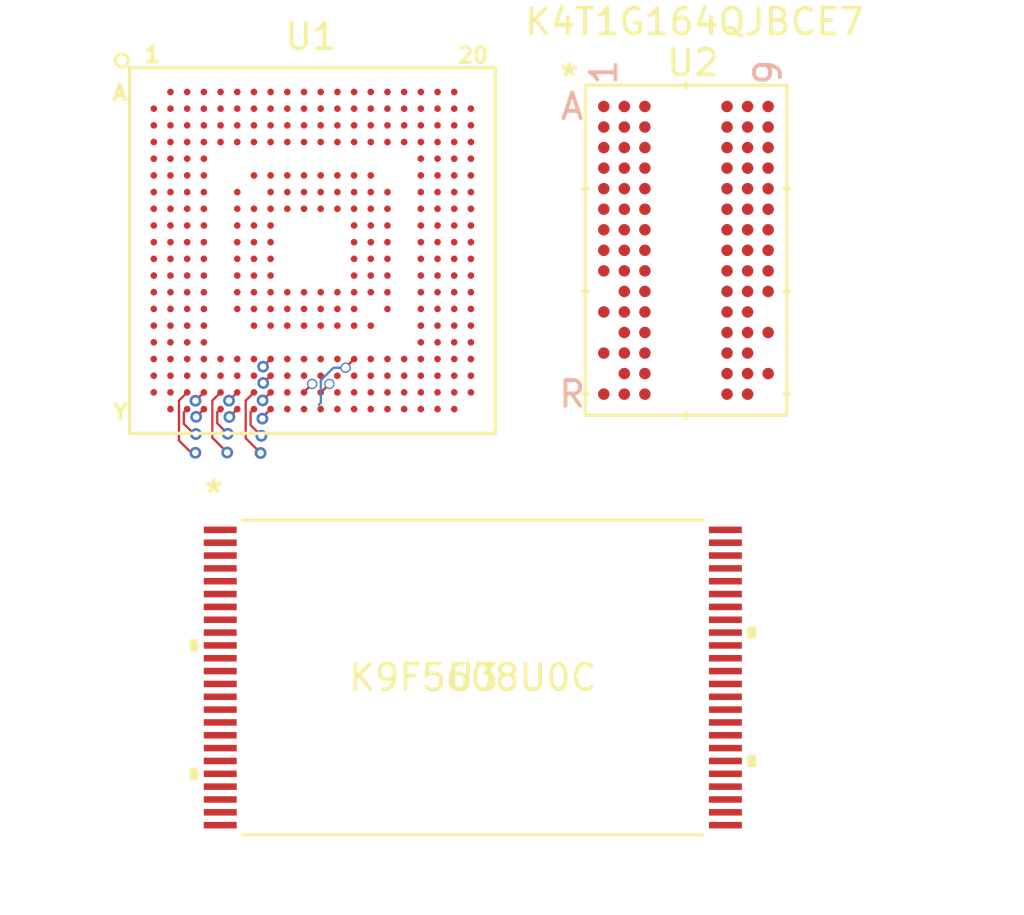
<source format=kicad_pcb>
(kicad_pcb (version 20221018) (generator pcbnew)
  (layers (0 "F.Cu" signal) (31 "B.Cu" signal) (34 "B.Paste" user) (35 "F.Paste" user) (36 "B.SilkS" user "B.Silkscreen") (37 "F.SilkS" user "F.Silkscreen") (38 "B.Mask" user) (39 "F.Mask" user) (44 "Edge.Cuts" user))
  (net 0 "")
  (net 260 "unconnected-(U1-PadU8)")
  (net 265 "unconnected-(U1-PadU13)")
  (net 280 "unconnected-(U1-PadV8)")
  (net 295 "unconnected-(U1-PadW3)")
  (net 296 "unconnected-(U1-PadW4)")
  (net 297 "unconnected-(U1-PadW5)")
  (net 298 "unconnected-(U1-PadW6)")
  (net 299 "unconnected-(U1-PadW7)")
  (net 300 "unconnected-(U1-PadW8)")
  (net 302 "unconnected-(U1-PadW10)")
  (net 303 "unconnected-(U1-PadW11)")
  (net 314 "unconnected-(U1-PadY3)")
  (net 315 "unconnected-(U1-PadY4)")
  (net 316 "unconnected-(U1-PadY5)")
  (net 317 "unconnected-(U1-PadY6)")
  (net 318 "unconnected-(U1-PadY7)")
  (net 319 "unconnected-(U1-PadY8)")
  (footprint "jlywxy:K4T1G164QF-BCE7" (layer "F.Cu") (at 38.426136 24.045672)
    (fp_text reference "U2")
    (fp_text value "K4T1G164QJBCE7")
  )
  (footprint "jlywxy:s3c2416" (layer "F.Cu") (at 23.876 24.0538)
    (fp_text reference "U1")
    (fp_text value "s3c2416")
  )
  (footprint "jlywxy:M29W640FB70N6E" (layer "F.Cu") (at 30.126051 40.682164)
    (fp_text reference "U3")
    (fp_text value "K9F5608U0C")
  )
  (segment (start 21.96 28.5698) (end 21.96 28.579434) (width 0.0889) (layer "F.Cu") (net 260))
  (segment (start 22.251 28.2788) (end 21.96 28.5698) (width 0.0889) (layer "F.Cu") (net 260))
  (segment (start 21.96 28.579434) (end 21.957147 28.576581) (width 0.0889) (layer "F.Cu") (net 260))
  (via (at 21.957147 28.576581) (size 0.4572) (drill 0.254) (layers "F.Cu" "B.Cu") (net 260))
  (segment (start 25.17 28.6098) (end 25.501 28.2788) (width 0.0889) (layer "F.Cu") (net 265))
  (segment (start 25.17 28.62) (end 25.17 28.6098) (width 0.0889) (layer "F.Cu") (net 265))
  (via (at 25.17 28.62) (size 0.4) (drill 0.3) (layers "F.Cu" "B.Cu") (net 265))
  (segment (start 25.17 28.62) (end 24.695271 28.62) (width 0.0889) (layer "B.Cu") (net 265))
  (segment (start 24.20665 29.108621) (end 24.20665 29.98335) (width 0.0889) (layer "B.Cu") (net 265))
  (segment (start 24.20665 29.98335) (end 24.13 30.06) (width 0.0889) (layer "B.Cu") (net 265))
  (segment (start 24.695271 28.62) (end 24.20665 29.108621) (width 0.0889) (layer "B.Cu") (net 265))
  (segment (start 22.251 28.9288) (end 21.9698 29.21) (width 0.0889) (layer "F.Cu") (net 280))
  (segment (start 21.9698 29.21) (end 21.960457 29.21) (width 0.0889) (layer "F.Cu") (net 280))
  (segment (start 21.960457 29.21) (end 21.962111 29.211654) (width 0.0889) (layer "F.Cu") (net 280))
  (via (at 21.962111 29.211654) (size 0.4572) (drill 0.254) (layers "F.Cu" "B.Cu") (net 280))
  (segment (start 18.6815 31.4515) (end 19.32 32.09) (width 0.0889) (layer "F.Cu") (net 295))
  (segment (start 18.6815 29.8983) (end 18.6815 31.4515) (width 0.0889) (layer "F.Cu") (net 295))
  (segment (start 19.32 32.09) (end 19.32 31.93) (width 0.0889) (layer "F.Cu") (net 295))
  (segment (start 19.001 29.5788) (end 18.6815 29.8983) (width 0.0889) (layer "F.Cu") (net 295))
  (via (at 19.32 31.93) (size 0.4572) (drill 0.254) (layers "F.Cu" "B.Cu") (net 295))
  (segment (start 19.325999 29.903801) (end 19.324702 29.903801) (width 0.0889) (layer "F.Cu") (net 296))
  (segment (start 19.651 29.5788) (end 19.325999 29.903801) (width 0.0889) (layer "F.Cu") (net 296))
  (segment (start 19.36 29.87) (end 19.358503 29.87) (width 0.0889) (layer "F.Cu") (net 296))
  (segment (start 19.358503 29.87) (end 19.324702 29.903801) (width 0.0889) (layer "F.Cu") (net 296))
  (via (at 19.324702 29.903801) (size 0.4572) (drill 0.254) (layers "F.Cu" "B.Cu") (net 296))
  (segment (start 20.301 29.5788) (end 19.9815 29.8983) (width 0.0889) (layer "F.Cu") (net 297))
  (segment (start 19.9815 31.3415) (end 20.56 31.92) (width 0.0889) (layer "F.Cu") (net 297))
  (segment (start 19.9815 29.8983) (end 19.9815 31.3415) (width 0.0889) (layer "F.Cu") (net 297))
  (via (at 20.56 31.92) (size 0.4572) (drill 0.254) (layers "F.Cu" "B.Cu") (net 297))
  (segment (start 20.63 29.8998) (end 20.63 29.9) (width 0.0889) (layer "F.Cu") (net 298))
  (segment (start 20.951 29.5788) (end 20.63 29.8998) (width 0.0889) (layer "F.Cu") (net 298))
  (via (at 20.63 29.9) (size 0.4572) (drill 0.254) (layers "F.Cu" "B.Cu") (net 298))
  (segment (start 21.601 29.5788) (end 21.2815 29.8983) (width 0.0889) (layer "F.Cu") (net 299))
  (segment (start 21.2815 31.3615) (end 21.86 31.94) (width 0.0889) (layer "F.Cu") (net 299))
  (segment (start 21.2815 29.8983) (end 21.2815 31.3615) (width 0.0889) (layer "F.Cu") (net 299))
  (via (at 21.86 31.94) (size 0.4572) (drill 0.254) (layers "F.Cu" "B.Cu") (net 299))
  (segment (start 21.94 29.8898) (end 21.94 29.89) (width 0.0889) (layer "F.Cu") (net 300))
  (segment (start 22.251 29.5788) (end 21.94 29.8898) (width 0.0889) (layer "F.Cu") (net 300))
  (via (at 21.94 29.89) (size 0.4572) (drill 0.254) (layers "F.Cu" "B.Cu") (net 300))
  (segment (start 23.551 29.569) (end 23.87 29.25) (width 0.0889) (layer "F.Cu") (net 302))
  (segment (start 23.551 29.5788) (end 23.551 29.569) (width 0.0889) (layer "F.Cu") (net 302))
  (via (at 23.87 29.25) (size 0.4) (drill 0.3) (layers "F.Cu" "B.Cu") (net 302))
  (segment (start 24.2112 29.5788) (end 24.54 29.25) (width 0.0889) (layer "F.Cu") (net 303))
  (segment (start 24.201 29.5788) (end 24.2112 29.5788) (width 0.0889) (layer "F.Cu") (net 303))
  (via (at 24.54 29.25) (size 0.4) (drill 0.3) (layers "F.Cu" "B.Cu") (net 303))
  (segment (start 19.001 30.2288) (end 18.872 30.3578) (width 0.0889) (layer "F.Cu") (net 314))
  (segment (start 19.25 31.18) (end 19.32 31.18) (width 0.0889) (layer "F.Cu") (net 314))
  (segment (start 18.872 30.3578) (end 18.872 30.802) (width 0.0889) (layer "F.Cu") (net 314))
  (segment (start 18.872 30.802) (end 19.25 31.18) (width 0.0889) (layer "F.Cu") (net 314))
  (segment (start 19.32 31.18) (end 19.34 31.2) (width 0.0889) (layer "F.Cu") (net 314))
  (via (at 19.34 31.2) (size 0.4572) (drill 0.254) (layers "F.Cu" "B.Cu") (net 314))
  (segment (start 19.35 30.53) (end 19.35 30.5298) (width 0.0889) (layer "F.Cu") (net 315))
  (segment (start 19.651 30.2288) (end 19.35 30.5298) (width 0.0889) (layer "F.Cu") (net 315))
  (via (at 19.35 30.5298) (size 0.4572) (drill 0.254) (layers "F.Cu" "B.Cu") (net 315))
  (segment (start 20.172 30.782) (end 20.58 31.19) (width 0.0889) (layer "F.Cu") (net 316))
  (segment (start 20.301 30.2288) (end 20.172 30.3578) (width 0.0889) (layer "F.Cu") (net 316))
  (segment (start 20.172 30.3578) (end 20.172 30.782) (width 0.0889) (layer "F.Cu") (net 316))
  (via (at 20.58 31.19) (size 0.4572) (drill 0.254) (layers "F.Cu" "B.Cu") (net 316))
  (segment (start 20.951 30.2288) (end 20.6498 30.53) (width 0.0889) (layer "F.Cu") (net 317))
  (segment (start 20.640435 30.53) (end 20.643905 30.53347) (width 0.0889) (layer "F.Cu") (net 317))
  (segment (start 20.6498 30.53) (end 20.640435 30.53) (width 0.0889) (layer "F.Cu") (net 317))
  (via (at 20.643905 30.53347) (size 0.4572) (drill 0.254) (layers "F.Cu" "B.Cu") (net 317))
  (segment (start 21.472 30.852) (end 21.89 31.27) (width 0.0889) (layer "F.Cu") (net 318))
  (segment (start 21.601 30.2288) (end 21.472 30.3578) (width 0.0889) (layer "F.Cu") (net 318))
  (segment (start 21.472 30.3578) (end 21.472 30.852) (width 0.0889) (layer "F.Cu") (net 318))
  (via (at 21.89 31.27) (size 0.4572) (drill 0.254) (layers "F.Cu" "B.Cu") (net 318))
  (segment (start 22.251 30.2288) (end 21.93 30.5498) (width 0.0889) (layer "F.Cu") (net 319))
  (segment (start 21.93 30.5498) (end 21.93 30.6) (width 0.0889) (layer "F.Cu") (net 319))
  (via (at 21.93 30.6) (size 0.4572) (drill 0.254) (layers "F.Cu" "B.Cu") (net 319))
)
</source>
